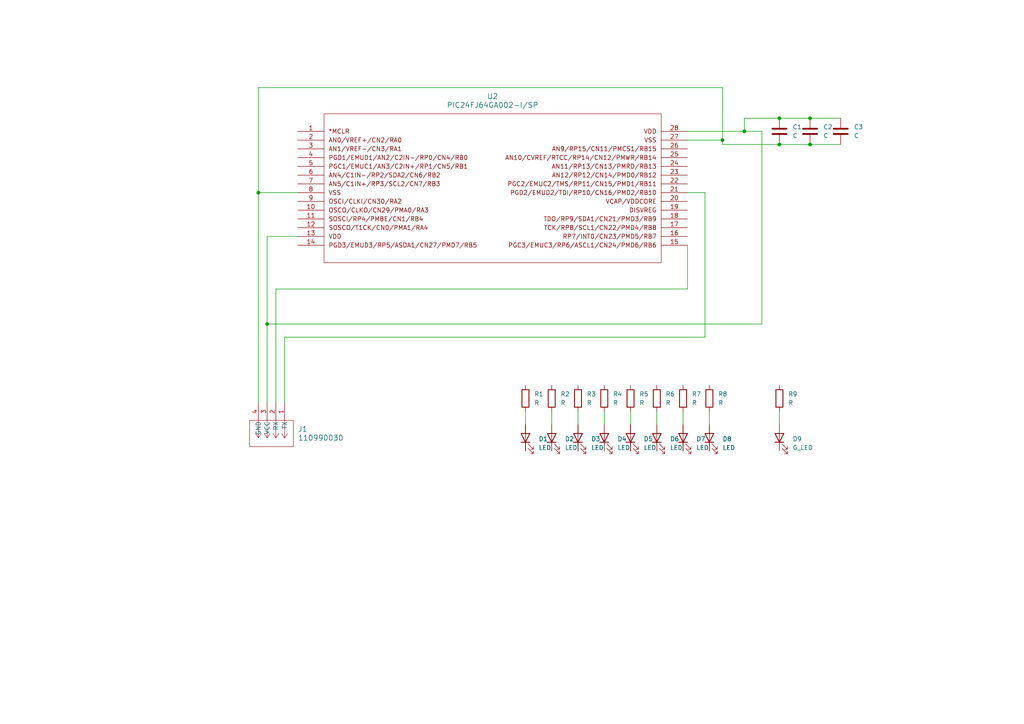
<source format=kicad_sch>
(kicad_sch (version 20230121) (generator eeschema)
  (paper "A4")
  (lib_symbols
    (symbol "CONN_110990030:110990030" (pin_names (offset 0.254))
      (property "Reference" "J1" (at 13.97 -2.54 0))
      (property "Value" "110990030" (at 13.97 -5.08 0))
      (symbol "110990030_1_1"
        (polyline (pts (xy 5.08 -10.16) (xy 12.7 -10.16)) (stroke (width 0.127)))
        (polyline (pts (xy 5.08 2.54) (xy 5.08 -10.16)) (stroke (width 0.127)))
        (polyline (pts (xy 10.16 -7.62) (xy 5.08 -7.62)) (stroke (width 0.127)))
        (polyline (pts (xy 10.16 -7.62) (xy 8.89 -8.4667)) (stroke (width 0.127)))
        (polyline (pts (xy 10.16 -7.62) (xy 8.89 -6.7733)) (stroke (width 0.127)))
        (polyline (pts (xy 10.16 -5.08) (xy 5.08 -5.08)) (stroke (width 0.127)))
        (polyline (pts (xy 10.16 -5.08) (xy 8.89 -5.9267)) (stroke (width 0.127)))
        (polyline (pts (xy 10.16 -5.08) (xy 8.89 -4.2333)) (stroke (width 0.127)))
        (polyline (pts (xy 10.16 -2.54) (xy 5.08 -2.54)) (stroke (width 0.127)))
        (polyline (pts (xy 10.16 -2.54) (xy 8.89 -3.3867)) (stroke (width 0.127)))
        (polyline (pts (xy 10.16 -2.54) (xy 8.89 -1.6933)) (stroke (width 0.127)))
        (polyline (pts (xy 10.16 0) (xy 5.08 0)) (stroke (width 0.127)))
        (polyline (pts (xy 10.16 0) (xy 8.89 -0.8467)) (stroke (width 0.127)))
        (polyline (pts (xy 10.16 0) (xy 8.89 0.8467)) (stroke (width 0.127)))
        (polyline (pts (xy 12.7 -10.16) (xy 12.7 2.54)) (stroke (width 0.127)))
        (polyline (pts (xy 12.7 2.54) (xy 5.08 2.54)) (stroke (width 0.127)))
        (pin input line (at 0 0 0) (length 5.08) (name "TX") (number "1"))
        (pin output line (at 0 -2.54 0) (length 5.08) (name "RX") (number "2"))
        (pin power_in line (at 0 -5.08 0) (length 5.08) (name "VCC") (number "3"))
        (pin power_in line (at 0 -7.62 0) (length 5.08) (name "GND") (number "4"))
      )
      (symbol "110990030_1_2"
        (polyline (pts (xy 5.08 -10.16) (xy 12.7 -10.16)) (stroke (width 0.127)))
        (polyline (pts (xy 5.08 2.54) (xy 5.08 -10.16)) (stroke (width 0.127)))
        (polyline (pts (xy 7.62 -7.62) (xy 5.08 -7.62)) (stroke (width 0.127)))
        (polyline (pts (xy 7.62 -7.62) (xy 8.89 -8.4667)) (stroke (width 0.127)))
        (polyline (pts (xy 7.62 -7.62) (xy 8.89 -6.7733)) (stroke (width 0.127)))
        (polyline (pts (xy 7.62 -5.08) (xy 5.08 -5.08)) (stroke (width 0.127)))
        (polyline (pts (xy 7.62 -5.08) (xy 8.89 -5.9267)) (stroke (width 0.127)))
        (polyline (pts (xy 7.62 -5.08) (xy 8.89 -4.2333)) (stroke (width 0.127)))
        (polyline (pts (xy 7.62 -2.54) (xy 5.08 -2.54)) (stroke (width 0.127)))
        (polyline (pts (xy 7.62 -2.54) (xy 8.89 -3.3867)) (stroke (width 0.127)))
        (polyline (pts (xy 7.62 -2.54) (xy 8.89 -1.6933)) (stroke (width 0.127)))
        (polyline (pts (xy 7.62 0) (xy 5.08 0)) (stroke (width 0.127)))
        (polyline (pts (xy 7.62 0) (xy 8.89 -0.8467)) (stroke (width 0.127)))
        (polyline (pts (xy 7.62 0) (xy 8.89 0.8467)) (stroke (width 0.127)))
        (polyline (pts (xy 12.7 -10.16) (xy 12.7 2.54)) (stroke (width 0.127)))
        (polyline (pts (xy 12.7 2.54) (xy 5.08 2.54)) (stroke (width 0.127)))
        (pin unspecified line (at 0 0 0) (length 5.08) (name "1") (number "1"))
        (pin unspecified line (at 0 -2.54 0) (length 5.08) (name "2") (number "2"))
        (pin unspecified line (at 0 -5.08 0) (length 5.08) (name "3") (number "3"))
        (pin unspecified line (at 0 -7.62 0) (length 5.08) (name "4") (number "4"))
      )
    )
    (symbol "Device:C" (pin_numbers hide) (pin_names (offset 0.254))
      (property "Reference" "C" (at 0.635 2.54 0))
      (property "Value" "C" (at 0.635 -2.54 0))
      (symbol "C_0_1"
        (polyline (pts (xy -2.032 -0.762) (xy 2.032 -0.762)) (stroke (width 0.508)))
        (polyline (pts (xy -2.032 0.762) (xy 2.032 0.762)) (stroke (width 0.508)))
      )
      (symbol "C_1_1"
        (pin passive line (at 0 3.81 270) (length 2.794) (name "~") (number "1"))
        (pin passive line (at 0 -3.81 90) (length 2.794) (name "~") (number "2"))
      )
    )
    (symbol "Device:LED" (pin_numbers hide) (pin_names (offset 1.016) hide)
      (property "Reference" "D" (at 0 2.54 0))
      (property "Value" "LED" (at 0 -2.54 0))
      (symbol "LED_0_1"
        (polyline (pts (xy -1.27 -1.27) (xy -1.27 1.27)) (stroke (width 0.254)))
        (polyline (pts (xy -1.27 0) (xy 1.27 0)))
        (polyline (pts (xy 1.27 -1.27) (xy 1.27 1.27) (xy -1.27 0) (xy 1.27 -1.27)) (stroke (width 0.254)))
        (polyline (pts (xy -3.048 -0.762) (xy -4.572 -2.286) (xy -3.81 -2.286) (xy -4.572 -2.286) (xy -4.572 -1.524)))
        (polyline (pts (xy -1.778 -0.762) (xy -3.302 -2.286) (xy -2.54 -2.286) (xy -3.302 -2.286) (xy -3.302 -1.524)))
      )
      (symbol "LED_1_1"
        (pin passive line (at -3.81 0 0) (length 2.54) (name "K") (number "1"))
        (pin passive line (at 3.81 0 180) (length 2.54) (name "A") (number "2"))
      )
    )
    (symbol "Device:R" (pin_numbers hide) (pin_names (offset 0))
      (property "Reference" "R" (at 2.032 0 90))
      (property "Value" "R" (at 0 0 90))
      (symbol "R_0_1"
        (rectangle (start -1.016 -2.54) (end 1.016 2.54) (stroke (width 0.254)))
      )
      (symbol "R_1_1"
        (pin passive line (at 0 3.81 270) (length 1.27) (name "~") (number "1"))
        (pin passive line (at 0 -3.81 90) (length 1.27) (name "~") (number "2"))
      )
    )
    (symbol "PIC24FJ64GA002-I_SP_1" (pin_names (offset 0.254))
      (property "Reference" "U" (at 57.15 10.16 0))
      (property "Value" "PIC24FJ64GA002-I/SP" (at 57.15 7.62 0))
      (symbol "PIC24FJ64GA002-I_SP_1_0_1"
        (polyline (pts (xy 7.62 -38.1) (xy 105.41 -38.1)) (stroke (width 0.127)))
        (polyline (pts (xy 7.62 5.08) (xy 7.62 -38.1)) (stroke (width 0.127)))
        (polyline (pts (xy 105.41 -38.1) (xy 105.41 5.08)) (stroke (width 0.127)))
        (polyline (pts (xy 105.41 5.08) (xy 7.62 5.08)) (stroke (width 0.127)))
        (pin unspecified line (at 0 0 0) (length 7.62) (name "") (number "1"))
        (pin unspecified line (at 0 -22.86 0) (length 7.62) (name "") (number "10"))
        (pin unspecified line (at 0 -25.4 0) (length 7.62) (name "") (number "11"))
        (pin unspecified line (at 0 -27.94 0) (length 7.62) (name "") (number "12"))
        (pin unspecified line (at 0 -30.48 0) (length 7.62) (name "") (number "13"))
        (pin unspecified line (at 0 -33.02 0) (length 7.62) (name "") (number "14"))
        (pin unspecified line (at 113.03 -33.02 180) (length 7.62) (name "") (number "15"))
        (pin unspecified line (at 113.03 -30.48 180) (length 7.62) (name "") (number "16"))
        (pin unspecified line (at 113.03 -27.94 180) (length 7.62) (name "") (number "17"))
        (pin unspecified line (at 113.03 -25.4 180) (length 7.62) (name "") (number "18"))
        (pin unspecified line (at 113.03 -22.86 180) (length 7.62) (name "") (number "19"))
        (pin unspecified line (at 0 -2.54 0) (length 7.62) (name "") (number "2"))
        (pin unspecified line (at 113.03 -20.32 180) (length 7.62) (name "") (number "20"))
        (pin unspecified line (at 113.03 -17.78 180) (length 7.62) (name "") (number "21"))
        (pin unspecified line (at 113.03 -15.24 180) (length 7.62) (name "") (number "22"))
        (pin unspecified line (at 113.03 -12.7 180) (length 7.62) (name "") (number "23"))
        (pin unspecified line (at 113.03 -10.16 180) (length 7.62) (name "") (number "24"))
        (pin unspecified line (at 113.03 -7.62 180) (length 7.62) (name "") (number "25"))
        (pin unspecified line (at 113.03 -5.08 180) (length 7.62) (name "") (number "26"))
        (pin unspecified line (at 113.03 -2.54 180) (length 7.62) (name "") (number "27"))
        (pin unspecified line (at 113.03 0 180) (length 7.62) (name "") (number "28"))
        (pin unspecified line (at 0 -5.08 0) (length 7.62) (name "") (number "3"))
        (pin unspecified line (at 0 -7.62 0) (length 7.62) (name "") (number "4"))
        (pin unspecified line (at 0 -10.16 0) (length 7.62) (name "") (number "5"))
        (pin unspecified line (at 0 -12.7 0) (length 7.62) (name "") (number "6"))
        (pin unspecified line (at 0 -15.24 0) (length 7.62) (name "") (number "7"))
        (pin unspecified line (at 0 -17.78 0) (length 7.62) (name "") (number "8"))
        (pin unspecified line (at 0 -20.32 0) (length 7.62) (name "") (number "9"))
      )
      (symbol "PIC24FJ64GA002-I_SP_1_1_1"
        (text "*MCLR" (at 8.89 0 0) (effects (font (size 1.27 1.27)) (justify left)))
        (text "AN0/VREF+/CN2/RA0" (at 8.89 -2.54 0) (effects (font (size 1.27 1.27)) (justify left)))
        (text "AN1/VREF-/CN3/RA1" (at 8.89 -5.08 0) (effects (font (size 1.27 1.27)) (justify left)))
        (text "AN10/CVREF/RTCC/RP14/CN12/PMWR/RB14" (at 104.14 -7.62 0) (effects (font (size 1.27 1.27)) (justify right)))
        (text "AN11/RP13/CN13/PMRD/RB13" (at 104.14 -10.16 0) (effects (font (size 1.27 1.27)) (justify right)))
        (text "AN12/RP12/CN14/PMD0/RB12" (at 104.14 -12.7 0) (effects (font (size 1.27 1.27)) (justify right)))
        (text "AN4/C1IN-/RP2/SDA2/CN6/RB2" (at 8.89 -12.7 0) (effects (font (size 1.27 1.27)) (justify left)))
        (text "AN5/C1IN+/RP3/SCL2/CN7/RB3" (at 8.89 -15.24 0) (effects (font (size 1.27 1.27)) (justify left)))
        (text "AN9/RP15/CN11/PMCS1/RB15" (at 104.14 -5.08 0) (effects (font (size 1.27 1.27)) (justify right)))
        (text "DISVREG" (at 104.14 -22.86 0) (effects (font (size 1.27 1.27)) (justify right)))
        (text "OSCI/CLKI/CN30/RA2" (at 8.89 -20.32 0) (effects (font (size 1.27 1.27)) (justify left)))
        (text "OSCO/CLKO/CN29/PMA0/RA3" (at 8.89 -22.86 0) (effects (font (size 1.27 1.27)) (justify left)))
        (text "PGC1/EMUC1/AN3/C2IN+/RP1/CN5/RB1" (at 8.89 -10.16 0) (effects (font (size 1.27 1.27)) (justify left)))
        (text "PGC2/EMUC2/TMS/RP11/CN15/PMD1/RB11" (at 104.14 -15.24 0) (effects (font (size 1.27 1.27)) (justify right)))
        (text "PGC3/EMUC3/RP6/ASCL1/CN24/PMD6/RB6" (at 104.14 -33.02 0) (effects (font (size 1.27 1.27)) (justify right)))
        (text "PGD1/EMUD1/AN2/C2IN-/RP0/CN4/RB0" (at 8.89 -7.62 0) (effects (font (size 1.27 1.27)) (justify left)))
        (text "PGD2/EMUD2/TDI/RP10/CN16/PMD2/RB10" (at 104.14 -17.78 0) (effects (font (size 1.27 1.27)) (justify right)))
        (text "PGD3/EMUD3/RP5/ASDA1/CN27/PMD7/RB5" (at 8.89 -33.02 0) (effects (font (size 1.27 1.27)) (justify left)))
        (text "RP7/INT0/CN23/PMD5/RB7" (at 104.14 -30.48 0) (effects (font (size 1.27 1.27)) (justify right)))
        (text "SOSCI/RP4/PMBE/CN1/RB4" (at 8.89 -25.4 0) (effects (font (size 1.27 1.27)) (justify left)))
        (text "SOSCO/T1CK/CN0/PMA1/RA4" (at 8.89 -27.94 0) (effects (font (size 1.27 1.27)) (justify left)))
        (text "TCK/RP8/SCL1/CN22/PMD4/RB8" (at 104.14 -27.94 0) (effects (font (size 1.27 1.27)) (justify right)))
        (text "TDO/RP9/SDA1/CN21/PMD3/RB9" (at 104.14 -25.4 0) (effects (font (size 1.27 1.27)) (justify right)))
        (text "VCAP/VDDCORE" (at 104.14 -20.32 0) (effects (font (size 1.27 1.27)) (justify right)))
        (text "VDD" (at 8.89 -30.48 0) (effects (font (size 1.27 1.27)) (justify left)))
        (text "VDD" (at 104.14 0 0) (effects (font (size 1.27 1.27)) (justify right)))
        (text "VSS" (at 8.89 -17.78 0) (effects (font (size 1.27 1.27)) (justify left)))
        (text "VSS" (at 104.14 -2.54 0) (effects (font (size 1.27 1.27)) (justify right)))
      )
    )
  )
  (junction (at 209.55 40.64))
  (junction (at 234.95 41.91))
  (junction (at 234.95 34.29))
  (junction (at 226.06 34.29))
  (junction (at 215.9 38.1))
  (junction (at 226.06 41.91))
  (junction (at 77.47 93.98))
  (junction (at 74.93 55.88))
  (wire (pts (xy 74.93 55.88) (xy 74.93 25.4)))
  (wire (pts (xy 243.84 34.29) (xy 234.95 34.29)))
  (wire (pts (xy 209.55 25.4) (xy 209.55 40.64)))
  (wire (pts (xy 77.47 93.98) (xy 220.98 93.98)))
  (wire (pts (xy 77.47 93.98) (xy 77.47 68.58)))
  (wire (pts (xy 199.39 83.82) (xy 80.01 83.82)))
  (wire (pts (xy 74.93 55.88) (xy 86.36 55.88)))
  (wire (pts (xy 209.55 41.91) (xy 209.55 40.64)))
  (wire (pts (xy 175.26 119.38) (xy 175.26 123.19)))
  (wire (pts (xy 205.74 119.38) (xy 205.74 123.19)))
  (wire (pts (xy 74.93 55.88) (xy 74.93 116.84)))
  (wire (pts (xy 74.93 25.4) (xy 209.55 25.4)))
  (wire (pts (xy 226.06 34.29) (xy 215.9 34.29)))
  (wire (pts (xy 167.64 119.38) (xy 167.64 123.19)))
  (wire (pts (xy 77.47 93.98) (xy 77.47 116.84)))
  (wire (pts (xy 77.47 68.58) (xy 86.36 68.58)))
  (wire (pts (xy 160.02 119.38) (xy 160.02 123.19)))
  (wire (pts (xy 234.95 41.91) (xy 226.06 41.91)))
  (wire (pts (xy 82.55 116.84) (xy 82.55 97.79)))
  (wire (pts (xy 226.06 119.38) (xy 226.06 123.19)))
  (wire (pts (xy 152.4 119.38) (xy 152.4 123.19)))
  (wire (pts (xy 226.06 41.91) (xy 209.55 41.91)))
  (wire (pts (xy 234.95 34.29) (xy 226.06 34.29)))
  (wire (pts (xy 198.12 119.38) (xy 198.12 123.19)))
  (wire (pts (xy 204.47 97.79) (xy 204.47 55.88)))
  (wire (pts (xy 209.55 40.64) (xy 199.39 40.64)))
  (wire (pts (xy 82.55 97.79) (xy 204.47 97.79)))
  (wire (pts (xy 243.84 41.91) (xy 234.95 41.91)))
  (wire (pts (xy 80.01 83.82) (xy 80.01 116.84)))
  (wire (pts (xy 215.9 34.29) (xy 215.9 38.1)))
  (wire (pts (xy 220.98 38.1) (xy 220.98 93.98)))
  (wire (pts (xy 199.39 38.1) (xy 215.9 38.1)))
  (wire (pts (xy 199.39 71.12) (xy 199.39 83.82)))
  (wire (pts (xy 204.47 55.88) (xy 199.39 55.88)))
  (wire (pts (xy 182.88 119.38) (xy 182.88 123.19)))
  (wire (pts (xy 215.9 38.1) (xy 220.98 38.1)))
  (wire (pts (xy 190.5 119.38) (xy 190.5 123.19)))
  (symbol (lib_id "Device:LED") (at 152.4 127 90) (unit 1)
    (property "Reference" "D1" (at 156.21 127.3175 90) (effects (justify right)))
    (property "Value" "LED" (at 156.21 129.8575 90) (effects (justify right)))
  )
  (symbol (lib_id "Device:R") (at 226.06 115.57 0) (unit 1)
    (property "Reference" "R9" (at 228.6 114.3 0) (effects (justify left)))
    (property "Value" "R" (at 228.6 116.84 0) (effects (justify left)))
  )
  (symbol (lib_id "Device:R") (at 152.4 115.57 0) (unit 1)
    (property "Reference" "R1" (at 154.94 114.3 0) (effects (justify left)))
    (property "Value" "R" (at 154.94 116.84 0) (effects (justify left)))
  )
  (symbol (lib_id "Device:LED") (at 167.64 127 90) (unit 1)
    (property "Reference" "D3" (at 171.45 127.3175 90) (effects (justify right)))
    (property "Value" "LED" (at 171.45 129.8575 90) (effects (justify right)))
  )
  (symbol (lib_id "Device:R") (at 160.02 115.57 0) (unit 1)
    (property "Reference" "R2" (at 162.56 114.3 0) (effects (justify left)))
    (property "Value" "R" (at 162.56 116.84 0) (effects (justify left)))
  )
  (symbol (lib_id "Device:R") (at 167.64 115.57 0) (unit 1)
    (property "Reference" "R3" (at 170.18 114.3 0) (effects (justify left)))
    (property "Value" "R" (at 170.18 116.84 0) (effects (justify left)))
  )
  (symbol (lib_id "Device:C") (at 234.95 38.1 0) (unit 1)
    (property "Reference" "C2" (at 238.76 36.83 0) (effects (justify left)))
    (property "Value" "C" (at 238.76 39.37 0) (effects (justify left)))
  )
  (symbol (lib_id "Device:LED") (at 198.12 127 90) (unit 1)
    (property "Reference" "D7" (at 201.93 127.3175 90) (effects (justify right)))
    (property "Value" "LED" (at 201.93 129.8575 90) (effects (justify right)))
  )
  (symbol (lib_id "Device:LED") (at 226.06 127 90) (unit 1)
    (property "Reference" "D9" (at 229.87 127.3175 90) (effects (justify right)))
    (property "Value" "G_LED" (at 229.87 129.8575 90) (effects (justify right)))
  )
  (symbol (lib_id "Device:LED") (at 175.26 127 90) (unit 1)
    (property "Reference" "D4" (at 179.07 127.3175 90) (effects (justify right)))
    (property "Value" "LED" (at 179.07 129.8575 90) (effects (justify right)))
  )
  (symbol (lib_id "Device:R") (at 175.26 115.57 0) (unit 1)
    (property "Reference" "R4" (at 177.8 114.3 0) (effects (justify left)))
    (property "Value" "R" (at 177.8 116.84 0) (effects (justify left)))
  )
  (symbol (lib_id "CONN_110990030:110990030") (at 82.55 116.84 270) (unit 1)
    (property "Reference" "J1" (at 86.36 124.46 90) (effects (font (size 1.524 1.524)) (justify left)))
    (property "Value" "110990030" (at 86.36 127 90) (effects (font (size 1.524 1.524)) (justify left)))
    (property "Footprint" "CONN_110990030_SEE" (effects hide))
    (property "Datasheet" "110990030" (effects hide))
  )
  (symbol (lib_id "Device:LED") (at 160.02 127 90) (unit 1)
    (property "Reference" "D2" (at 163.83 127.3175 90) (effects (justify right)))
    (property "Value" "LED" (at 163.83 129.8575 90) (effects (justify right)))
  )
  (symbol (lib_id "Device:C") (at 226.06 38.1 0) (unit 1)
    (property "Reference" "C1" (at 229.87 36.83 0) (effects (justify left)))
    (property "Value" "C" (at 229.87 39.37 0) (effects (justify left)))
  )
  (symbol (lib_id "Device:R") (at 190.5 115.57 0) (unit 1)
    (property "Reference" "R6" (at 193.04 114.3 0) (effects (justify left)))
    (property "Value" "R" (at 193.04 116.84 0) (effects (justify left)))
  )
  (symbol (lib_id "Device:R") (at 205.74 115.57 0) (unit 1)
    (property "Reference" "R8" (at 208.28 114.3 0) (effects (justify left)))
    (property "Value" "R" (at 208.28 116.84 0) (effects (justify left)))
  )
  (symbol (lib_id "Device:LED") (at 190.5 127 90) (unit 1)
    (property "Reference" "D6" (at 194.31 127.3175 90) (effects (justify right)))
    (property "Value" "LED" (at 194.31 129.8575 90) (effects (justify right)))
  )
  (symbol (lib_id "Device:R") (at 198.12 115.57 0) (unit 1)
    (property "Reference" "R7" (at 200.66 114.3 0) (effects (justify left)))
    (property "Value" "R" (at 200.66 116.84 0) (effects (justify left)))
  )
  (symbol (lib_id "Device:LED") (at 182.88 127 90) (unit 1)
    (property "Reference" "D5" (at 186.69 127.3175 90) (effects (justify right)))
    (property "Value" "LED" (at 186.69 129.8575 90) (effects (justify right)))
  )
  (symbol (lib_id "Device:LED") (at 205.74 127 90) (unit 1)
    (property "Reference" "D8" (at 209.55 127.3175 90) (effects (justify right)))
    (property "Value" "LED" (at 209.55 129.8575 90) (effects (justify right)))
  )
  (symbol (lib_id "Device:C") (at 243.84 38.1 0) (unit 1)
    (property "Reference" "C3" (at 247.65 36.83 0) (effects (justify left)))
    (property "Value" "C" (at 247.65 39.37 0) (effects (justify left)))
  )
  (symbol (lib_id "Device:R") (at 182.88 115.57 0) (unit 1)
    (property "Reference" "R5" (at 185.42 114.3 0) (effects (justify left)))
    (property "Value" "R" (at 185.42 116.84 0) (effects (justify left)))
  )
  (symbol (lib_name "PIC24FJ64GA002-I_SP_1") (lib_id "PIC24FJ64GA002:PIC24FJ64GA002-I_SP") (at 86.36 38.1 0) (unit 1)
    (property "Reference" "U2" (at 142.875 27.94 0) (effects (font (size 1.524 1.524))))
    (property "Value" "PIC24FJ64GA002-I/SP" (at 142.875 30.48 0) (effects (font (size 1.524 1.524))))
    (property "Footprint" "SPDIP28_300MC_MCH" (effects hide))
    (property "Datasheet" "PIC24FJ64GA002-I/SP" (effects hide))
  )
)
</source>
